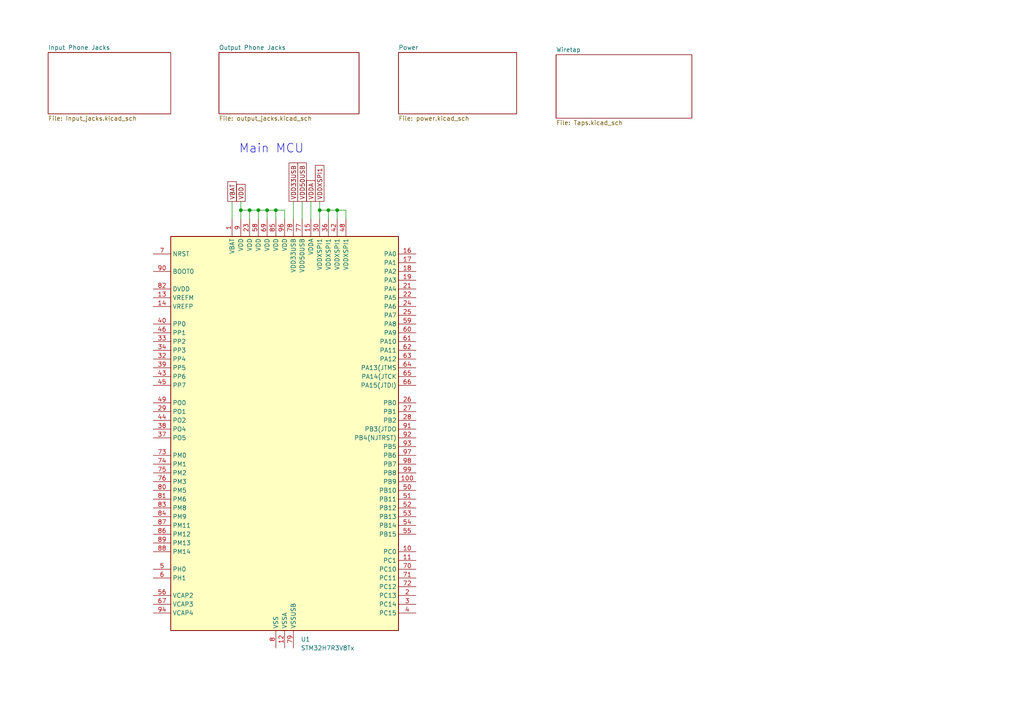
<source format=kicad_sch>
(kicad_sch (version 20250114) (generator "eeschema") (generator_version "9.0")
  (paper "A4")
  (title_block (title "Telethon PBX Sniffer") (date "2026-02-03") (rev "v0.1") (company "M5") (comment 4 "Tobe Cynar"))
  (lib_symbols
    (symbol "MCU_ST_STM32H7:STM32H7R3V8Tx"
      (property "Reference" "U" (at -33.02 59.69 0))
      (property "Value" "STM32H7R3V8Tx" (at 20.32 59.69 0))
      (symbol "STM32H7R3V8Tx_0_1"
        (rectangle (start -33.02 -55.88) (end 33.02 58.42) (stroke (width 0.254)) (fill (type background)))
      )
      (symbol "STM32H7R3V8Tx_1_1"
        (pin input line (at -38.1 53.34 0) (length 5.08) (name "NRST") (number "7"))
        (pin input line (at -38.1 48.26 0) (length 5.08) (name "BOOT0") (number "90"))
        (pin power_in line (at -38.1 43.18 0) (length 5.08) (name "DVDD") (number "82"))
        (pin input line (at -38.1 40.64 0) (length 5.08) (name "VREFM") (number "13"))
        (pin input line (at -38.1 38.1 0) (length 5.08) (name "VREFP") (number "14"))
        (pin bidirectional line (at -38.1 33.02 0) (length 5.08) (name "PP0") (number "40"))
        (pin bidirectional line (at -38.1 30.48 0) (length 5.08) (name "PP1") (number "46"))
        (pin bidirectional line (at -38.1 27.94 0) (length 5.08) (name "PP2") (number "33"))
        (pin bidirectional line (at -38.1 25.4 0) (length 5.08) (name "PP3") (number "34"))
        (pin bidirectional line (at -38.1 22.86 0) (length 5.08) (name "PP4") (number "32"))
        (pin bidirectional line (at -38.1 20.32 0) (length 5.08) (name "PP5") (number "39"))
        (pin bidirectional line (at -38.1 17.78 0) (length 5.08) (name "PP6") (number "43"))
        (pin bidirectional line (at -38.1 15.24 0) (length 5.08) (name "PP7") (number "45"))
        (pin bidirectional line (at -38.1 10.16 0) (length 5.08) (name "PO0") (number "49"))
        (pin bidirectional line (at -38.1 7.62 0) (length 5.08) (name "PO1") (number "29"))
        (pin bidirectional line (at -38.1 5.08 0) (length 5.08) (name "PO2") (number "44"))
        (pin bidirectional line (at -38.1 2.54 0) (length 5.08) (name "PO4") (number "38"))
        (pin bidirectional line (at -38.1 0 0) (length 5.08) (name "PO5") (number "37"))
        (pin bidirectional line (at -38.1 -5.08 0) (length 5.08) (name "PM0") (number "73"))
        (pin bidirectional line (at -38.1 -7.62 0) (length 5.08) (name "PM1") (number "74"))
        (pin bidirectional line (at -38.1 -10.16 0) (length 5.08) (name "PM2") (number "75"))
        (pin bidirectional line (at -38.1 -12.7 0) (length 5.08) (name "PM3") (number "76"))
        (pin bidirectional line (at -38.1 -15.24 0) (length 5.08) (name "PM5") (number "80"))
        (pin bidirectional line (at -38.1 -17.78 0) (length 5.08) (name "PM6") (number "81"))
        (pin bidirectional line (at -38.1 -20.32 0) (length 5.08) (name "PM8") (number "83"))
        (pin bidirectional line (at -38.1 -22.86 0) (length 5.08) (name "PM9") (number "84"))
        (pin bidirectional line (at -38.1 -25.4 0) (length 5.08) (name "PM11") (number "87"))
        (pin bidirectional line (at -38.1 -27.94 0) (length 5.08) (name "PM12") (number "86"))
        (pin bidirectional line (at -38.1 -30.48 0) (length 5.08) (name "PM13") (number "89"))
        (pin bidirectional line (at -38.1 -33.02 0) (length 5.08) (name "PM14") (number "88"))
        (pin bidirectional line (at -38.1 -38.1 0) (length 5.08) (name "PH0") (number "5"))
        (pin bidirectional line (at -38.1 -40.64 0) (length 5.08) (name "PH1") (number "6"))
        (pin power_out line (at -38.1 -45.72 0) (length 5.08) (name "VCAP2") (number "56"))
        (pin power_out line (at -38.1 -48.26 0) (length 5.08) (name "VCAP3") (number "67"))
        (pin power_out line (at -38.1 -50.8 0) (length 5.08) (name "VCAP4") (number "94"))
        (pin power_in line (at -15.24 63.5 270) (length 5.08) (name "VBAT") (number "1"))
        (pin power_in line (at -12.7 63.5 270) (length 5.08) (name "VDD") (number "9"))
        (pin power_in line (at -10.16 63.5 270) (length 5.08) (name "VDD") (number "23"))
        (pin power_in line (at -7.62 63.5 270) (length 5.08) (name "VDD") (number "58"))
        (pin power_in line (at -5.08 63.5 270) (length 5.08) (name "VDD") (number "69"))
        (pin power_in line (at -2.54 63.5 270) (length 5.08) (name "VDD") (number "85"))
        (pin passive line (at -2.54 -60.96 90) (length 5.08) (hide yes) (name "VSS") (number "20"))
        (pin passive line (at -2.54 -60.96 90) (length 5.08) (hide yes) (name "VSS") (number "31"))
        (pin passive line (at -2.54 -60.96 90) (length 5.08) (hide yes) (name "VSS") (number "35"))
        (pin passive line (at -2.54 -60.96 90) (length 5.08) (hide yes) (name "VSS") (number "41"))
        (pin passive line (at -2.54 -60.96 90) (length 5.08) (hide yes) (name "VSS") (number "47"))
        (pin passive line (at -2.54 -60.96 90) (length 5.08) (hide yes) (name "VSS") (number "57"))
        (pin passive line (at -2.54 -60.96 90) (length 5.08) (hide yes) (name "VSS") (number "68"))
        (pin power_in line (at -2.54 -60.96 90) (length 5.08) (name "VSS") (number "8"))
        (pin passive line (at -2.54 -60.96 90) (length 5.08) (hide yes) (name "VSS") (number "95"))
        (pin power_in line (at 0 63.5 270) (length 5.08) (name "VDD") (number "96"))
        (pin power_in line (at 0 -60.96 90) (length 5.08) (name "VSSA") (number "12"))
        (pin power_in line (at 2.54 63.5 270) (length 5.08) (name "VDD33USB") (number "78"))
        (pin power_in line (at 2.54 -60.96 90) (length 5.08) (name "VSSUSB") (number "79"))
        (pin power_in line (at 5.08 63.5 270) (length 5.08) (name "VDD50USB") (number "77"))
        (pin power_in line (at 7.62 63.5 270) (length 5.08) (name "VDDA") (number "15"))
        (pin power_in line (at 10.16 63.5 270) (length 5.08) (name "VDDXSPI1") (number "30"))
        (pin power_in line (at 12.7 63.5 270) (length 5.08) (name "VDDXSPI1") (number "36"))
        (pin power_in line (at 15.24 63.5 270) (length 5.08) (name "VDDXSPI1") (number "42"))
        (pin power_in line (at 17.78 63.5 270) (length 5.08) (name "VDDXSPI1") (number "48"))
        (pin bidirectional line (at 38.1 53.34 180) (length 5.08) (name "PA0") (number "16"))
        (pin bidirectional line (at 38.1 50.8 180) (length 5.08) (name "PA1") (number "17"))
        (pin bidirectional line (at 38.1 48.26 180) (length 5.08) (name "PA2") (number "18"))
        (pin bidirectional line (at 38.1 45.72 180) (length 5.08) (name "PA3") (number "19"))
        (pin bidirectional line (at 38.1 43.18 180) (length 5.08) (name "PA4") (number "21"))
        (pin bidirectional line (at 38.1 40.64 180) (length 5.08) (name "PA5") (number "22"))
        (pin bidirectional line (at 38.1 38.1 180) (length 5.08) (name "PA6") (number "24"))
        (pin bidirectional line (at 38.1 35.56 180) (length 5.08) (name "PA7") (number "25"))
        (pin bidirectional line (at 38.1 33.02 180) (length 5.08) (name "PA8") (number "59"))
        (pin bidirectional line (at 38.1 30.48 180) (length 5.08) (name "PA9") (number "60"))
        (pin bidirectional line (at 38.1 27.94 180) (length 5.08) (name "PA10") (number "61"))
        (pin bidirectional line (at 38.1 25.4 180) (length 5.08) (name "PA11") (number "62"))
        (pin bidirectional line (at 38.1 22.86 180) (length 5.08) (name "PA12") (number "63"))
        (pin bidirectional line (at 38.1 20.32 180) (length 5.08) (name "PA13(JTMS") (number "64"))
        (pin bidirectional line (at 38.1 17.78 180) (length 5.08) (name "PA14(JTCK") (number "65"))
        (pin bidirectional line (at 38.1 15.24 180) (length 5.08) (name "PA15(JTDI)") (number "66"))
        (pin bidirectional line (at 38.1 10.16 180) (length 5.08) (name "PB0") (number "26"))
        (pin bidirectional line (at 38.1 7.62 180) (length 5.08) (name "PB1") (number "27"))
        (pin bidirectional line (at 38.1 5.08 180) (length 5.08) (name "PB2") (number "28"))
        (pin bidirectional line (at 38.1 2.54 180) (length 5.08) (name "PB3(JTDO") (number "91"))
        (pin bidirectional line (at 38.1 0 180) (length 5.08) (name "PB4(NJTRST)") (number "92"))
        (pin bidirectional line (at 38.1 -2.54 180) (length 5.08) (name "PB5") (number "93"))
        (pin bidirectional line (at 38.1 -5.08 180) (length 5.08) (name "PB6") (number "97"))
        (pin bidirectional line (at 38.1 -7.62 180) (length 5.08) (name "PB7") (number "98"))
        (pin bidirectional line (at 38.1 -10.16 180) (length 5.08) (name "PB8") (number "99"))
        (pin bidirectional line (at 38.1 -12.7 180) (length 5.08) (name "PB9") (number "100"))
        (pin bidirectional line (at 38.1 -15.24 180) (length 5.08) (name "PB10") (number "50"))
        (pin bidirectional line (at 38.1 -17.78 180) (length 5.08) (name "PB11") (number "51"))
        (pin bidirectional line (at 38.1 -20.32 180) (length 5.08) (name "PB12") (number "52"))
        (pin bidirectional line (at 38.1 -22.86 180) (length 5.08) (name "PB13") (number "53"))
        (pin bidirectional line (at 38.1 -25.4 180) (length 5.08) (name "PB14") (number "54"))
        (pin bidirectional line (at 38.1 -27.94 180) (length 5.08) (name "PB15") (number "55"))
        (pin bidirectional line (at 38.1 -33.02 180) (length 5.08) (name "PC0") (number "10"))
        (pin bidirectional line (at 38.1 -35.56 180) (length 5.08) (name "PC1") (number "11"))
        (pin bidirectional line (at 38.1 -38.1 180) (length 5.08) (name "PC10") (number "70"))
        (pin bidirectional line (at 38.1 -40.64 180) (length 5.08) (name "PC11") (number "71"))
        (pin bidirectional line (at 38.1 -43.18 180) (length 5.08) (name "PC12") (number "72"))
        (pin bidirectional line (at 38.1 -45.72 180) (length 5.08) (name "PC13") (number "2"))
        (pin bidirectional line (at 38.1 -48.26 180) (length 5.08) (name "PC14") (number "3"))
        (pin bidirectional line (at 38.1 -50.8 180) (length 5.08) (name "PC15") (number "4"))
      )
    )
  )
  (text "Main MCU" (at 78.74 43.18 0) (effects (font (size 2.54 2.54))))
  (junction (at 72.39 60.96))
  (junction (at 77.47 60.96))
  (junction (at 95.25 60.96))
  (junction (at 92.71 60.96))
  (junction (at 69.85 60.96))
  (junction (at 80.01 60.96))
  (junction (at 74.93 60.96))
  (junction (at 97.79 60.96))
  (wire (pts (xy 95.25 60.96) (xy 97.79 60.96)))
  (wire (pts (xy 67.31 58.42) (xy 67.31 63.5)))
  (wire (pts (xy 87.63 58.42) (xy 87.63 63.5)))
  (wire (pts (xy 100.33 60.96) (xy 100.33 63.5)))
  (wire (pts (xy 92.71 58.42) (xy 92.71 60.96)))
  (wire (pts (xy 97.79 60.96) (xy 97.79 63.5)))
  (wire (pts (xy 80.01 60.96) (xy 82.55 60.96)))
  (wire (pts (xy 69.85 60.96) (xy 72.39 60.96)))
  (wire (pts (xy 82.55 60.96) (xy 82.55 63.5)))
  (wire (pts (xy 92.71 60.96) (xy 95.25 60.96)))
  (wire (pts (xy 95.25 60.96) (xy 95.25 63.5)))
  (wire (pts (xy 74.93 60.96) (xy 74.93 63.5)))
  (wire (pts (xy 92.71 60.96) (xy 92.71 63.5)))
  (wire (pts (xy 72.39 60.96) (xy 74.93 60.96)))
  (wire (pts (xy 72.39 60.96) (xy 72.39 63.5)))
  (wire (pts (xy 69.85 60.96) (xy 69.85 63.5)))
  (wire (pts (xy 85.09 58.42) (xy 85.09 63.5)))
  (wire (pts (xy 80.01 60.96) (xy 80.01 63.5)))
  (wire (pts (xy 77.47 60.96) (xy 77.47 63.5)))
  (wire (pts (xy 69.85 58.42) (xy 69.85 60.96)))
  (wire (pts (xy 74.93 60.96) (xy 77.47 60.96)))
  (wire (pts (xy 97.79 60.96) (xy 100.33 60.96)))
  (wire (pts (xy 90.17 58.42) (xy 90.17 63.5)))
  (wire (pts (xy 77.47 60.96) (xy 80.01 60.96)))
  (global_label "VDDXSPI1" (shape passive) (at 92.71 58.42 90) (property "Intersheetrefs" "${INTERSHEET_REFS}" (effects (hide yes))))
  (global_label "VDD33USB" (shape passive) (at 85.09 58.42 90) (property "Intersheetrefs" "${INTERSHEET_REFS}" (effects (hide yes))))
  (global_label "VBAT" (shape passive) (at 67.31 58.42 90) (property "Intersheetrefs" "${INTERSHEET_REFS}" (effects (hide yes))))
  (global_label "VDD" (shape passive) (at 69.85 58.42 90) (property "Intersheetrefs" "${INTERSHEET_REFS}" (effects (hide yes))))
  (global_label "VDD50USB" (shape passive) (at 87.63 58.42 90) (property "Intersheetrefs" "${INTERSHEET_REFS}" (effects (hide yes))))
  (global_label "VDDA" (shape passive) (at 90.17 58.42 90) (property "Intersheetrefs" "${INTERSHEET_REFS}" (effects (hide yes))))
  (symbol (lib_id "MCU_ST_STM32H7:STM32H7R3V8Tx") (at 82.55 127 0) (unit 1)
    (property "Reference" "U1" (at 87.2333 185.42 0) (effects (justify left)))
    (property "Value" "STM32H7R3V8Tx" (at 87.2333 187.96 0) (effects (justify left)))
    (property "Footprint" "Package_QFP:LQFP-100_14x14mm_P0.5mm" (effects (hide yes)))
    (property "Datasheet" "https://www.st.com/resource/en/datasheet/stm32h7r3v8.pdf" (effects (hide yes)))
    (property "Description" "STMicroelectronics Arm Cortex-M7 MCU, 64KB flash, 620KB RAM, 600 MHz, 1.62-3.6V, 67 GPIO, LQFP100" (effects (hide yes)))
    (property "DKPN" "497-STM32H7R3V8T6-ND" (effects (hide yes)))
  )
  (sheet (at 161.29 15.875) (size 39.37 18.415) (stroke (width 0.1524))
    (property "Sheetname" "Wiretap" (at 161.29 15.1634 0) (effects (justify left bottom)))
    (property "Sheetfile" "Taps.kicad_sch" (at 161.29 34.8746 0) (effects (justify left top)))
  )
  (sheet (at 115.57 15.24) (size 34.29 17.78) (stroke (width 0.1524))
    (property "Sheetname" "Power" (at 115.57 14.5284 0) (effects (justify left bottom)))
    (property "Sheetfile" "power.kicad_sch" (at 115.57 33.6046 0) (effects (justify left top)))
  )
  (sheet (at 13.97 15.24) (size 35.56 17.78) (stroke (width 0.1524))
    (property "Sheetname" "Input Phone Jacks" (at 13.97 14.5284 0) (effects (justify left bottom)))
    (property "Sheetfile" "input_jacks.kicad_sch" (at 13.97 33.6046 0) (effects (justify left top)))
  )
  (sheet (at 63.5 15.24) (size 40.64 17.78) (stroke (width 0.1524))
    (property "Sheetname" "Output Phone Jacks" (at 63.5 14.5284 0) (effects (justify left bottom)))
    (property "Sheetfile" "output_jacks.kicad_sch" (at 63.5 33.6046 0) (effects (justify left top)))
  )
)
</source>
